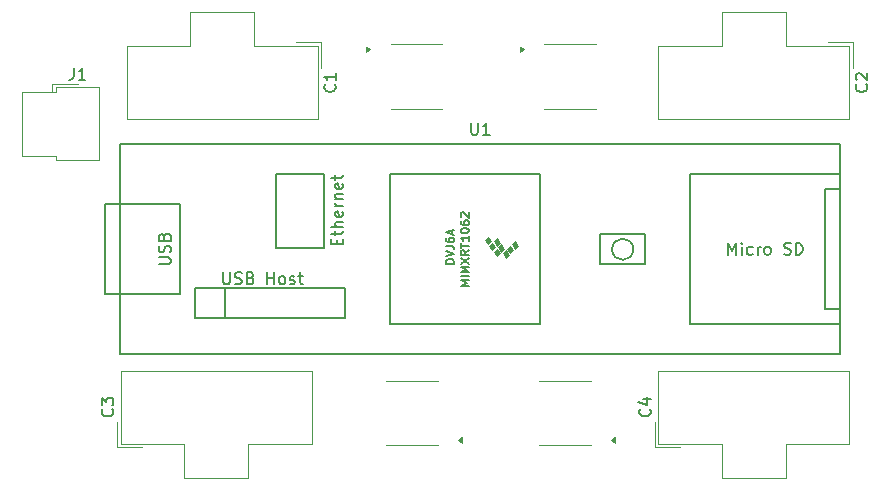
<source format=gbr>
%TF.GenerationSoftware,KiCad,Pcbnew,8.0.9-8.0.9-0~ubuntu22.04.1*%
%TF.CreationDate,2025-03-21T08:59:58-04:00*%
%TF.ProjectId,WS_Wheel_PCB,57535f57-6865-4656-9c5f-5043422e6b69,rev?*%
%TF.SameCoordinates,Original*%
%TF.FileFunction,Legend,Top*%
%TF.FilePolarity,Positive*%
%FSLAX46Y46*%
G04 Gerber Fmt 4.6, Leading zero omitted, Abs format (unit mm)*
G04 Created by KiCad (PCBNEW 8.0.9-8.0.9-0~ubuntu22.04.1) date 2025-03-21 08:59:58*
%MOMM*%
%LPD*%
G01*
G04 APERTURE LIST*
%ADD10C,0.150000*%
%ADD11C,0.100000*%
%ADD12C,0.120000*%
G04 APERTURE END LIST*
D10*
X146828095Y-51674819D02*
X146828095Y-52484342D01*
X146828095Y-52484342D02*
X146875714Y-52579580D01*
X146875714Y-52579580D02*
X146923333Y-52627200D01*
X146923333Y-52627200D02*
X147018571Y-52674819D01*
X147018571Y-52674819D02*
X147209047Y-52674819D01*
X147209047Y-52674819D02*
X147304285Y-52627200D01*
X147304285Y-52627200D02*
X147351904Y-52579580D01*
X147351904Y-52579580D02*
X147399523Y-52484342D01*
X147399523Y-52484342D02*
X147399523Y-51674819D01*
X148399523Y-52674819D02*
X147828095Y-52674819D01*
X148113809Y-52674819D02*
X148113809Y-51674819D01*
X148113809Y-51674819D02*
X148018571Y-51817676D01*
X148018571Y-51817676D02*
X147923333Y-51912914D01*
X147923333Y-51912914D02*
X147828095Y-51960533D01*
X120374819Y-63641904D02*
X121184342Y-63641904D01*
X121184342Y-63641904D02*
X121279580Y-63594285D01*
X121279580Y-63594285D02*
X121327200Y-63546666D01*
X121327200Y-63546666D02*
X121374819Y-63451428D01*
X121374819Y-63451428D02*
X121374819Y-63260952D01*
X121374819Y-63260952D02*
X121327200Y-63165714D01*
X121327200Y-63165714D02*
X121279580Y-63118095D01*
X121279580Y-63118095D02*
X121184342Y-63070476D01*
X121184342Y-63070476D02*
X120374819Y-63070476D01*
X121327200Y-62641904D02*
X121374819Y-62499047D01*
X121374819Y-62499047D02*
X121374819Y-62260952D01*
X121374819Y-62260952D02*
X121327200Y-62165714D01*
X121327200Y-62165714D02*
X121279580Y-62118095D01*
X121279580Y-62118095D02*
X121184342Y-62070476D01*
X121184342Y-62070476D02*
X121089104Y-62070476D01*
X121089104Y-62070476D02*
X120993866Y-62118095D01*
X120993866Y-62118095D02*
X120946247Y-62165714D01*
X120946247Y-62165714D02*
X120898628Y-62260952D01*
X120898628Y-62260952D02*
X120851009Y-62451428D01*
X120851009Y-62451428D02*
X120803390Y-62546666D01*
X120803390Y-62546666D02*
X120755771Y-62594285D01*
X120755771Y-62594285D02*
X120660533Y-62641904D01*
X120660533Y-62641904D02*
X120565295Y-62641904D01*
X120565295Y-62641904D02*
X120470057Y-62594285D01*
X120470057Y-62594285D02*
X120422438Y-62546666D01*
X120422438Y-62546666D02*
X120374819Y-62451428D01*
X120374819Y-62451428D02*
X120374819Y-62213333D01*
X120374819Y-62213333D02*
X120422438Y-62070476D01*
X120851009Y-61308571D02*
X120898628Y-61165714D01*
X120898628Y-61165714D02*
X120946247Y-61118095D01*
X120946247Y-61118095D02*
X121041485Y-61070476D01*
X121041485Y-61070476D02*
X121184342Y-61070476D01*
X121184342Y-61070476D02*
X121279580Y-61118095D01*
X121279580Y-61118095D02*
X121327200Y-61165714D01*
X121327200Y-61165714D02*
X121374819Y-61260952D01*
X121374819Y-61260952D02*
X121374819Y-61641904D01*
X121374819Y-61641904D02*
X120374819Y-61641904D01*
X120374819Y-61641904D02*
X120374819Y-61308571D01*
X120374819Y-61308571D02*
X120422438Y-61213333D01*
X120422438Y-61213333D02*
X120470057Y-61165714D01*
X120470057Y-61165714D02*
X120565295Y-61118095D01*
X120565295Y-61118095D02*
X120660533Y-61118095D01*
X120660533Y-61118095D02*
X120755771Y-61165714D01*
X120755771Y-61165714D02*
X120803390Y-61213333D01*
X120803390Y-61213333D02*
X120851009Y-61308571D01*
X120851009Y-61308571D02*
X120851009Y-61641904D01*
X145366033Y-63583333D02*
X144666033Y-63583333D01*
X144666033Y-63583333D02*
X144666033Y-63416666D01*
X144666033Y-63416666D02*
X144699366Y-63316666D01*
X144699366Y-63316666D02*
X144766033Y-63250000D01*
X144766033Y-63250000D02*
X144832700Y-63216666D01*
X144832700Y-63216666D02*
X144966033Y-63183333D01*
X144966033Y-63183333D02*
X145066033Y-63183333D01*
X145066033Y-63183333D02*
X145199366Y-63216666D01*
X145199366Y-63216666D02*
X145266033Y-63250000D01*
X145266033Y-63250000D02*
X145332700Y-63316666D01*
X145332700Y-63316666D02*
X145366033Y-63416666D01*
X145366033Y-63416666D02*
X145366033Y-63583333D01*
X144666033Y-62983333D02*
X145366033Y-62750000D01*
X145366033Y-62750000D02*
X144666033Y-62516666D01*
X144666033Y-62083333D02*
X145166033Y-62083333D01*
X145166033Y-62083333D02*
X145266033Y-62116666D01*
X145266033Y-62116666D02*
X145332700Y-62183333D01*
X145332700Y-62183333D02*
X145366033Y-62283333D01*
X145366033Y-62283333D02*
X145366033Y-62350000D01*
X144666033Y-61450000D02*
X144666033Y-61583333D01*
X144666033Y-61583333D02*
X144699366Y-61650000D01*
X144699366Y-61650000D02*
X144732700Y-61683333D01*
X144732700Y-61683333D02*
X144832700Y-61750000D01*
X144832700Y-61750000D02*
X144966033Y-61783333D01*
X144966033Y-61783333D02*
X145232700Y-61783333D01*
X145232700Y-61783333D02*
X145299366Y-61750000D01*
X145299366Y-61750000D02*
X145332700Y-61716667D01*
X145332700Y-61716667D02*
X145366033Y-61650000D01*
X145366033Y-61650000D02*
X145366033Y-61516667D01*
X145366033Y-61516667D02*
X145332700Y-61450000D01*
X145332700Y-61450000D02*
X145299366Y-61416667D01*
X145299366Y-61416667D02*
X145232700Y-61383333D01*
X145232700Y-61383333D02*
X145066033Y-61383333D01*
X145066033Y-61383333D02*
X144999366Y-61416667D01*
X144999366Y-61416667D02*
X144966033Y-61450000D01*
X144966033Y-61450000D02*
X144932700Y-61516667D01*
X144932700Y-61516667D02*
X144932700Y-61650000D01*
X144932700Y-61650000D02*
X144966033Y-61716667D01*
X144966033Y-61716667D02*
X144999366Y-61750000D01*
X144999366Y-61750000D02*
X145066033Y-61783333D01*
X145166033Y-61116666D02*
X145166033Y-60783333D01*
X145366033Y-61183333D02*
X144666033Y-60950000D01*
X144666033Y-60950000D02*
X145366033Y-60716666D01*
X125814676Y-64324019D02*
X125814676Y-65133542D01*
X125814676Y-65133542D02*
X125862295Y-65228780D01*
X125862295Y-65228780D02*
X125909914Y-65276400D01*
X125909914Y-65276400D02*
X126005152Y-65324019D01*
X126005152Y-65324019D02*
X126195628Y-65324019D01*
X126195628Y-65324019D02*
X126290866Y-65276400D01*
X126290866Y-65276400D02*
X126338485Y-65228780D01*
X126338485Y-65228780D02*
X126386104Y-65133542D01*
X126386104Y-65133542D02*
X126386104Y-64324019D01*
X126814676Y-65276400D02*
X126957533Y-65324019D01*
X126957533Y-65324019D02*
X127195628Y-65324019D01*
X127195628Y-65324019D02*
X127290866Y-65276400D01*
X127290866Y-65276400D02*
X127338485Y-65228780D01*
X127338485Y-65228780D02*
X127386104Y-65133542D01*
X127386104Y-65133542D02*
X127386104Y-65038304D01*
X127386104Y-65038304D02*
X127338485Y-64943066D01*
X127338485Y-64943066D02*
X127290866Y-64895447D01*
X127290866Y-64895447D02*
X127195628Y-64847828D01*
X127195628Y-64847828D02*
X127005152Y-64800209D01*
X127005152Y-64800209D02*
X126909914Y-64752590D01*
X126909914Y-64752590D02*
X126862295Y-64704971D01*
X126862295Y-64704971D02*
X126814676Y-64609733D01*
X126814676Y-64609733D02*
X126814676Y-64514495D01*
X126814676Y-64514495D02*
X126862295Y-64419257D01*
X126862295Y-64419257D02*
X126909914Y-64371638D01*
X126909914Y-64371638D02*
X127005152Y-64324019D01*
X127005152Y-64324019D02*
X127243247Y-64324019D01*
X127243247Y-64324019D02*
X127386104Y-64371638D01*
X128148009Y-64800209D02*
X128290866Y-64847828D01*
X128290866Y-64847828D02*
X128338485Y-64895447D01*
X128338485Y-64895447D02*
X128386104Y-64990685D01*
X128386104Y-64990685D02*
X128386104Y-65133542D01*
X128386104Y-65133542D02*
X128338485Y-65228780D01*
X128338485Y-65228780D02*
X128290866Y-65276400D01*
X128290866Y-65276400D02*
X128195628Y-65324019D01*
X128195628Y-65324019D02*
X127814676Y-65324019D01*
X127814676Y-65324019D02*
X127814676Y-64324019D01*
X127814676Y-64324019D02*
X128148009Y-64324019D01*
X128148009Y-64324019D02*
X128243247Y-64371638D01*
X128243247Y-64371638D02*
X128290866Y-64419257D01*
X128290866Y-64419257D02*
X128338485Y-64514495D01*
X128338485Y-64514495D02*
X128338485Y-64609733D01*
X128338485Y-64609733D02*
X128290866Y-64704971D01*
X128290866Y-64704971D02*
X128243247Y-64752590D01*
X128243247Y-64752590D02*
X128148009Y-64800209D01*
X128148009Y-64800209D02*
X127814676Y-64800209D01*
X129576581Y-65324019D02*
X129576581Y-64324019D01*
X129576581Y-64800209D02*
X130148009Y-64800209D01*
X130148009Y-65324019D02*
X130148009Y-64324019D01*
X130767057Y-65324019D02*
X130671819Y-65276400D01*
X130671819Y-65276400D02*
X130624200Y-65228780D01*
X130624200Y-65228780D02*
X130576581Y-65133542D01*
X130576581Y-65133542D02*
X130576581Y-64847828D01*
X130576581Y-64847828D02*
X130624200Y-64752590D01*
X130624200Y-64752590D02*
X130671819Y-64704971D01*
X130671819Y-64704971D02*
X130767057Y-64657352D01*
X130767057Y-64657352D02*
X130909914Y-64657352D01*
X130909914Y-64657352D02*
X131005152Y-64704971D01*
X131005152Y-64704971D02*
X131052771Y-64752590D01*
X131052771Y-64752590D02*
X131100390Y-64847828D01*
X131100390Y-64847828D02*
X131100390Y-65133542D01*
X131100390Y-65133542D02*
X131052771Y-65228780D01*
X131052771Y-65228780D02*
X131005152Y-65276400D01*
X131005152Y-65276400D02*
X130909914Y-65324019D01*
X130909914Y-65324019D02*
X130767057Y-65324019D01*
X131481343Y-65276400D02*
X131576581Y-65324019D01*
X131576581Y-65324019D02*
X131767057Y-65324019D01*
X131767057Y-65324019D02*
X131862295Y-65276400D01*
X131862295Y-65276400D02*
X131909914Y-65181161D01*
X131909914Y-65181161D02*
X131909914Y-65133542D01*
X131909914Y-65133542D02*
X131862295Y-65038304D01*
X131862295Y-65038304D02*
X131767057Y-64990685D01*
X131767057Y-64990685D02*
X131624200Y-64990685D01*
X131624200Y-64990685D02*
X131528962Y-64943066D01*
X131528962Y-64943066D02*
X131481343Y-64847828D01*
X131481343Y-64847828D02*
X131481343Y-64800209D01*
X131481343Y-64800209D02*
X131528962Y-64704971D01*
X131528962Y-64704971D02*
X131624200Y-64657352D01*
X131624200Y-64657352D02*
X131767057Y-64657352D01*
X131767057Y-64657352D02*
X131862295Y-64704971D01*
X132195629Y-64657352D02*
X132576581Y-64657352D01*
X132338486Y-64324019D02*
X132338486Y-65181161D01*
X132338486Y-65181161D02*
X132386105Y-65276400D01*
X132386105Y-65276400D02*
X132481343Y-65324019D01*
X132481343Y-65324019D02*
X132576581Y-65324019D01*
X168600952Y-62834819D02*
X168600952Y-61834819D01*
X168600952Y-61834819D02*
X168934285Y-62549104D01*
X168934285Y-62549104D02*
X169267618Y-61834819D01*
X169267618Y-61834819D02*
X169267618Y-62834819D01*
X169743809Y-62834819D02*
X169743809Y-62168152D01*
X169743809Y-61834819D02*
X169696190Y-61882438D01*
X169696190Y-61882438D02*
X169743809Y-61930057D01*
X169743809Y-61930057D02*
X169791428Y-61882438D01*
X169791428Y-61882438D02*
X169743809Y-61834819D01*
X169743809Y-61834819D02*
X169743809Y-61930057D01*
X170648570Y-62787200D02*
X170553332Y-62834819D01*
X170553332Y-62834819D02*
X170362856Y-62834819D01*
X170362856Y-62834819D02*
X170267618Y-62787200D01*
X170267618Y-62787200D02*
X170219999Y-62739580D01*
X170219999Y-62739580D02*
X170172380Y-62644342D01*
X170172380Y-62644342D02*
X170172380Y-62358628D01*
X170172380Y-62358628D02*
X170219999Y-62263390D01*
X170219999Y-62263390D02*
X170267618Y-62215771D01*
X170267618Y-62215771D02*
X170362856Y-62168152D01*
X170362856Y-62168152D02*
X170553332Y-62168152D01*
X170553332Y-62168152D02*
X170648570Y-62215771D01*
X171077142Y-62834819D02*
X171077142Y-62168152D01*
X171077142Y-62358628D02*
X171124761Y-62263390D01*
X171124761Y-62263390D02*
X171172380Y-62215771D01*
X171172380Y-62215771D02*
X171267618Y-62168152D01*
X171267618Y-62168152D02*
X171362856Y-62168152D01*
X171839047Y-62834819D02*
X171743809Y-62787200D01*
X171743809Y-62787200D02*
X171696190Y-62739580D01*
X171696190Y-62739580D02*
X171648571Y-62644342D01*
X171648571Y-62644342D02*
X171648571Y-62358628D01*
X171648571Y-62358628D02*
X171696190Y-62263390D01*
X171696190Y-62263390D02*
X171743809Y-62215771D01*
X171743809Y-62215771D02*
X171839047Y-62168152D01*
X171839047Y-62168152D02*
X171981904Y-62168152D01*
X171981904Y-62168152D02*
X172077142Y-62215771D01*
X172077142Y-62215771D02*
X172124761Y-62263390D01*
X172124761Y-62263390D02*
X172172380Y-62358628D01*
X172172380Y-62358628D02*
X172172380Y-62644342D01*
X172172380Y-62644342D02*
X172124761Y-62739580D01*
X172124761Y-62739580D02*
X172077142Y-62787200D01*
X172077142Y-62787200D02*
X171981904Y-62834819D01*
X171981904Y-62834819D02*
X171839047Y-62834819D01*
X173315238Y-62787200D02*
X173458095Y-62834819D01*
X173458095Y-62834819D02*
X173696190Y-62834819D01*
X173696190Y-62834819D02*
X173791428Y-62787200D01*
X173791428Y-62787200D02*
X173839047Y-62739580D01*
X173839047Y-62739580D02*
X173886666Y-62644342D01*
X173886666Y-62644342D02*
X173886666Y-62549104D01*
X173886666Y-62549104D02*
X173839047Y-62453866D01*
X173839047Y-62453866D02*
X173791428Y-62406247D01*
X173791428Y-62406247D02*
X173696190Y-62358628D01*
X173696190Y-62358628D02*
X173505714Y-62311009D01*
X173505714Y-62311009D02*
X173410476Y-62263390D01*
X173410476Y-62263390D02*
X173362857Y-62215771D01*
X173362857Y-62215771D02*
X173315238Y-62120533D01*
X173315238Y-62120533D02*
X173315238Y-62025295D01*
X173315238Y-62025295D02*
X173362857Y-61930057D01*
X173362857Y-61930057D02*
X173410476Y-61882438D01*
X173410476Y-61882438D02*
X173505714Y-61834819D01*
X173505714Y-61834819D02*
X173743809Y-61834819D01*
X173743809Y-61834819D02*
X173886666Y-61882438D01*
X174315238Y-62834819D02*
X174315238Y-61834819D01*
X174315238Y-61834819D02*
X174553333Y-61834819D01*
X174553333Y-61834819D02*
X174696190Y-61882438D01*
X174696190Y-61882438D02*
X174791428Y-61977676D01*
X174791428Y-61977676D02*
X174839047Y-62072914D01*
X174839047Y-62072914D02*
X174886666Y-62263390D01*
X174886666Y-62263390D02*
X174886666Y-62406247D01*
X174886666Y-62406247D02*
X174839047Y-62596723D01*
X174839047Y-62596723D02*
X174791428Y-62691961D01*
X174791428Y-62691961D02*
X174696190Y-62787200D01*
X174696190Y-62787200D02*
X174553333Y-62834819D01*
X174553333Y-62834819D02*
X174315238Y-62834819D01*
X135456009Y-61960543D02*
X135456009Y-61627210D01*
X135979819Y-61484353D02*
X135979819Y-61960543D01*
X135979819Y-61960543D02*
X134979819Y-61960543D01*
X134979819Y-61960543D02*
X134979819Y-61484353D01*
X135313152Y-61198638D02*
X135313152Y-60817686D01*
X134979819Y-61055781D02*
X135836961Y-61055781D01*
X135836961Y-61055781D02*
X135932200Y-61008162D01*
X135932200Y-61008162D02*
X135979819Y-60912924D01*
X135979819Y-60912924D02*
X135979819Y-60817686D01*
X135979819Y-60484352D02*
X134979819Y-60484352D01*
X135979819Y-60055781D02*
X135456009Y-60055781D01*
X135456009Y-60055781D02*
X135360771Y-60103400D01*
X135360771Y-60103400D02*
X135313152Y-60198638D01*
X135313152Y-60198638D02*
X135313152Y-60341495D01*
X135313152Y-60341495D02*
X135360771Y-60436733D01*
X135360771Y-60436733D02*
X135408390Y-60484352D01*
X135932200Y-59198638D02*
X135979819Y-59293876D01*
X135979819Y-59293876D02*
X135979819Y-59484352D01*
X135979819Y-59484352D02*
X135932200Y-59579590D01*
X135932200Y-59579590D02*
X135836961Y-59627209D01*
X135836961Y-59627209D02*
X135456009Y-59627209D01*
X135456009Y-59627209D02*
X135360771Y-59579590D01*
X135360771Y-59579590D02*
X135313152Y-59484352D01*
X135313152Y-59484352D02*
X135313152Y-59293876D01*
X135313152Y-59293876D02*
X135360771Y-59198638D01*
X135360771Y-59198638D02*
X135456009Y-59151019D01*
X135456009Y-59151019D02*
X135551247Y-59151019D01*
X135551247Y-59151019D02*
X135646485Y-59627209D01*
X135979819Y-58722447D02*
X135313152Y-58722447D01*
X135503628Y-58722447D02*
X135408390Y-58674828D01*
X135408390Y-58674828D02*
X135360771Y-58627209D01*
X135360771Y-58627209D02*
X135313152Y-58531971D01*
X135313152Y-58531971D02*
X135313152Y-58436733D01*
X135313152Y-58103399D02*
X135979819Y-58103399D01*
X135408390Y-58103399D02*
X135360771Y-58055780D01*
X135360771Y-58055780D02*
X135313152Y-57960542D01*
X135313152Y-57960542D02*
X135313152Y-57817685D01*
X135313152Y-57817685D02*
X135360771Y-57722447D01*
X135360771Y-57722447D02*
X135456009Y-57674828D01*
X135456009Y-57674828D02*
X135979819Y-57674828D01*
X135932200Y-56817685D02*
X135979819Y-56912923D01*
X135979819Y-56912923D02*
X135979819Y-57103399D01*
X135979819Y-57103399D02*
X135932200Y-57198637D01*
X135932200Y-57198637D02*
X135836961Y-57246256D01*
X135836961Y-57246256D02*
X135456009Y-57246256D01*
X135456009Y-57246256D02*
X135360771Y-57198637D01*
X135360771Y-57198637D02*
X135313152Y-57103399D01*
X135313152Y-57103399D02*
X135313152Y-56912923D01*
X135313152Y-56912923D02*
X135360771Y-56817685D01*
X135360771Y-56817685D02*
X135456009Y-56770066D01*
X135456009Y-56770066D02*
X135551247Y-56770066D01*
X135551247Y-56770066D02*
X135646485Y-57246256D01*
X135313152Y-56484351D02*
X135313152Y-56103399D01*
X134979819Y-56341494D02*
X135836961Y-56341494D01*
X135836961Y-56341494D02*
X135932200Y-56293875D01*
X135932200Y-56293875D02*
X135979819Y-56198637D01*
X135979819Y-56198637D02*
X135979819Y-56103399D01*
X146636033Y-65463333D02*
X145936033Y-65463333D01*
X145936033Y-65463333D02*
X146436033Y-65230000D01*
X146436033Y-65230000D02*
X145936033Y-64996666D01*
X145936033Y-64996666D02*
X146636033Y-64996666D01*
X146636033Y-64663333D02*
X145936033Y-64663333D01*
X146636033Y-64330000D02*
X145936033Y-64330000D01*
X145936033Y-64330000D02*
X146436033Y-64096667D01*
X146436033Y-64096667D02*
X145936033Y-63863333D01*
X145936033Y-63863333D02*
X146636033Y-63863333D01*
X145936033Y-63596667D02*
X146636033Y-63130000D01*
X145936033Y-63130000D02*
X146636033Y-63596667D01*
X146636033Y-62463333D02*
X146302700Y-62696666D01*
X146636033Y-62863333D02*
X145936033Y-62863333D01*
X145936033Y-62863333D02*
X145936033Y-62596666D01*
X145936033Y-62596666D02*
X145969366Y-62530000D01*
X145969366Y-62530000D02*
X146002700Y-62496666D01*
X146002700Y-62496666D02*
X146069366Y-62463333D01*
X146069366Y-62463333D02*
X146169366Y-62463333D01*
X146169366Y-62463333D02*
X146236033Y-62496666D01*
X146236033Y-62496666D02*
X146269366Y-62530000D01*
X146269366Y-62530000D02*
X146302700Y-62596666D01*
X146302700Y-62596666D02*
X146302700Y-62863333D01*
X145936033Y-62263333D02*
X145936033Y-61863333D01*
X146636033Y-62063333D02*
X145936033Y-62063333D01*
X146636033Y-61263333D02*
X146636033Y-61663333D01*
X146636033Y-61463333D02*
X145936033Y-61463333D01*
X145936033Y-61463333D02*
X146036033Y-61530000D01*
X146036033Y-61530000D02*
X146102700Y-61596667D01*
X146102700Y-61596667D02*
X146136033Y-61663333D01*
X145936033Y-60830000D02*
X145936033Y-60763333D01*
X145936033Y-60763333D02*
X145969366Y-60696666D01*
X145969366Y-60696666D02*
X146002700Y-60663333D01*
X146002700Y-60663333D02*
X146069366Y-60630000D01*
X146069366Y-60630000D02*
X146202700Y-60596666D01*
X146202700Y-60596666D02*
X146369366Y-60596666D01*
X146369366Y-60596666D02*
X146502700Y-60630000D01*
X146502700Y-60630000D02*
X146569366Y-60663333D01*
X146569366Y-60663333D02*
X146602700Y-60696666D01*
X146602700Y-60696666D02*
X146636033Y-60763333D01*
X146636033Y-60763333D02*
X146636033Y-60830000D01*
X146636033Y-60830000D02*
X146602700Y-60896666D01*
X146602700Y-60896666D02*
X146569366Y-60930000D01*
X146569366Y-60930000D02*
X146502700Y-60963333D01*
X146502700Y-60963333D02*
X146369366Y-60996666D01*
X146369366Y-60996666D02*
X146202700Y-60996666D01*
X146202700Y-60996666D02*
X146069366Y-60963333D01*
X146069366Y-60963333D02*
X146002700Y-60930000D01*
X146002700Y-60930000D02*
X145969366Y-60896666D01*
X145969366Y-60896666D02*
X145936033Y-60830000D01*
X145936033Y-59996666D02*
X145936033Y-60129999D01*
X145936033Y-60129999D02*
X145969366Y-60196666D01*
X145969366Y-60196666D02*
X146002700Y-60229999D01*
X146002700Y-60229999D02*
X146102700Y-60296666D01*
X146102700Y-60296666D02*
X146236033Y-60329999D01*
X146236033Y-60329999D02*
X146502700Y-60329999D01*
X146502700Y-60329999D02*
X146569366Y-60296666D01*
X146569366Y-60296666D02*
X146602700Y-60263333D01*
X146602700Y-60263333D02*
X146636033Y-60196666D01*
X146636033Y-60196666D02*
X146636033Y-60063333D01*
X146636033Y-60063333D02*
X146602700Y-59996666D01*
X146602700Y-59996666D02*
X146569366Y-59963333D01*
X146569366Y-59963333D02*
X146502700Y-59929999D01*
X146502700Y-59929999D02*
X146336033Y-59929999D01*
X146336033Y-59929999D02*
X146269366Y-59963333D01*
X146269366Y-59963333D02*
X146236033Y-59996666D01*
X146236033Y-59996666D02*
X146202700Y-60063333D01*
X146202700Y-60063333D02*
X146202700Y-60196666D01*
X146202700Y-60196666D02*
X146236033Y-60263333D01*
X146236033Y-60263333D02*
X146269366Y-60296666D01*
X146269366Y-60296666D02*
X146336033Y-60329999D01*
X146002700Y-59663332D02*
X145969366Y-59629999D01*
X145969366Y-59629999D02*
X145936033Y-59563332D01*
X145936033Y-59563332D02*
X145936033Y-59396666D01*
X145936033Y-59396666D02*
X145969366Y-59329999D01*
X145969366Y-59329999D02*
X146002700Y-59296666D01*
X146002700Y-59296666D02*
X146069366Y-59263332D01*
X146069366Y-59263332D02*
X146136033Y-59263332D01*
X146136033Y-59263332D02*
X146236033Y-59296666D01*
X146236033Y-59296666D02*
X146636033Y-59696666D01*
X146636033Y-59696666D02*
X146636033Y-59263332D01*
X113166666Y-47034819D02*
X113166666Y-47749104D01*
X113166666Y-47749104D02*
X113119047Y-47891961D01*
X113119047Y-47891961D02*
X113023809Y-47987200D01*
X113023809Y-47987200D02*
X112880952Y-48034819D01*
X112880952Y-48034819D02*
X112785714Y-48034819D01*
X114166666Y-48034819D02*
X113595238Y-48034819D01*
X113880952Y-48034819D02*
X113880952Y-47034819D01*
X113880952Y-47034819D02*
X113785714Y-47177676D01*
X113785714Y-47177676D02*
X113690476Y-47272914D01*
X113690476Y-47272914D02*
X113595238Y-47320533D01*
X180279580Y-48416666D02*
X180327200Y-48464285D01*
X180327200Y-48464285D02*
X180374819Y-48607142D01*
X180374819Y-48607142D02*
X180374819Y-48702380D01*
X180374819Y-48702380D02*
X180327200Y-48845237D01*
X180327200Y-48845237D02*
X180231961Y-48940475D01*
X180231961Y-48940475D02*
X180136723Y-48988094D01*
X180136723Y-48988094D02*
X179946247Y-49035713D01*
X179946247Y-49035713D02*
X179803390Y-49035713D01*
X179803390Y-49035713D02*
X179612914Y-48988094D01*
X179612914Y-48988094D02*
X179517676Y-48940475D01*
X179517676Y-48940475D02*
X179422438Y-48845237D01*
X179422438Y-48845237D02*
X179374819Y-48702380D01*
X179374819Y-48702380D02*
X179374819Y-48607142D01*
X179374819Y-48607142D02*
X179422438Y-48464285D01*
X179422438Y-48464285D02*
X179470057Y-48416666D01*
X179470057Y-48035713D02*
X179422438Y-47988094D01*
X179422438Y-47988094D02*
X179374819Y-47892856D01*
X179374819Y-47892856D02*
X179374819Y-47654761D01*
X179374819Y-47654761D02*
X179422438Y-47559523D01*
X179422438Y-47559523D02*
X179470057Y-47511904D01*
X179470057Y-47511904D02*
X179565295Y-47464285D01*
X179565295Y-47464285D02*
X179660533Y-47464285D01*
X179660533Y-47464285D02*
X179803390Y-47511904D01*
X179803390Y-47511904D02*
X180374819Y-48083332D01*
X180374819Y-48083332D02*
X180374819Y-47464285D01*
X135279580Y-48416666D02*
X135327200Y-48464285D01*
X135327200Y-48464285D02*
X135374819Y-48607142D01*
X135374819Y-48607142D02*
X135374819Y-48702380D01*
X135374819Y-48702380D02*
X135327200Y-48845237D01*
X135327200Y-48845237D02*
X135231961Y-48940475D01*
X135231961Y-48940475D02*
X135136723Y-48988094D01*
X135136723Y-48988094D02*
X134946247Y-49035713D01*
X134946247Y-49035713D02*
X134803390Y-49035713D01*
X134803390Y-49035713D02*
X134612914Y-48988094D01*
X134612914Y-48988094D02*
X134517676Y-48940475D01*
X134517676Y-48940475D02*
X134422438Y-48845237D01*
X134422438Y-48845237D02*
X134374819Y-48702380D01*
X134374819Y-48702380D02*
X134374819Y-48607142D01*
X134374819Y-48607142D02*
X134422438Y-48464285D01*
X134422438Y-48464285D02*
X134470057Y-48416666D01*
X135374819Y-47464285D02*
X135374819Y-48035713D01*
X135374819Y-47749999D02*
X134374819Y-47749999D01*
X134374819Y-47749999D02*
X134517676Y-47845237D01*
X134517676Y-47845237D02*
X134612914Y-47940475D01*
X134612914Y-47940475D02*
X134660533Y-48035713D01*
X116439580Y-75916666D02*
X116487200Y-75964285D01*
X116487200Y-75964285D02*
X116534819Y-76107142D01*
X116534819Y-76107142D02*
X116534819Y-76202380D01*
X116534819Y-76202380D02*
X116487200Y-76345237D01*
X116487200Y-76345237D02*
X116391961Y-76440475D01*
X116391961Y-76440475D02*
X116296723Y-76488094D01*
X116296723Y-76488094D02*
X116106247Y-76535713D01*
X116106247Y-76535713D02*
X115963390Y-76535713D01*
X115963390Y-76535713D02*
X115772914Y-76488094D01*
X115772914Y-76488094D02*
X115677676Y-76440475D01*
X115677676Y-76440475D02*
X115582438Y-76345237D01*
X115582438Y-76345237D02*
X115534819Y-76202380D01*
X115534819Y-76202380D02*
X115534819Y-76107142D01*
X115534819Y-76107142D02*
X115582438Y-75964285D01*
X115582438Y-75964285D02*
X115630057Y-75916666D01*
X115534819Y-75583332D02*
X115534819Y-74964285D01*
X115534819Y-74964285D02*
X115915771Y-75297618D01*
X115915771Y-75297618D02*
X115915771Y-75154761D01*
X115915771Y-75154761D02*
X115963390Y-75059523D01*
X115963390Y-75059523D02*
X116011009Y-75011904D01*
X116011009Y-75011904D02*
X116106247Y-74964285D01*
X116106247Y-74964285D02*
X116344342Y-74964285D01*
X116344342Y-74964285D02*
X116439580Y-75011904D01*
X116439580Y-75011904D02*
X116487200Y-75059523D01*
X116487200Y-75059523D02*
X116534819Y-75154761D01*
X116534819Y-75154761D02*
X116534819Y-75440475D01*
X116534819Y-75440475D02*
X116487200Y-75535713D01*
X116487200Y-75535713D02*
X116439580Y-75583332D01*
X161939580Y-75916666D02*
X161987200Y-75964285D01*
X161987200Y-75964285D02*
X162034819Y-76107142D01*
X162034819Y-76107142D02*
X162034819Y-76202380D01*
X162034819Y-76202380D02*
X161987200Y-76345237D01*
X161987200Y-76345237D02*
X161891961Y-76440475D01*
X161891961Y-76440475D02*
X161796723Y-76488094D01*
X161796723Y-76488094D02*
X161606247Y-76535713D01*
X161606247Y-76535713D02*
X161463390Y-76535713D01*
X161463390Y-76535713D02*
X161272914Y-76488094D01*
X161272914Y-76488094D02*
X161177676Y-76440475D01*
X161177676Y-76440475D02*
X161082438Y-76345237D01*
X161082438Y-76345237D02*
X161034819Y-76202380D01*
X161034819Y-76202380D02*
X161034819Y-76107142D01*
X161034819Y-76107142D02*
X161082438Y-75964285D01*
X161082438Y-75964285D02*
X161130057Y-75916666D01*
X161368152Y-75059523D02*
X162034819Y-75059523D01*
X160987200Y-75297618D02*
X161701485Y-75535713D01*
X161701485Y-75535713D02*
X161701485Y-74916666D01*
%TO.C,U1*%
X115840000Y-58570000D02*
X117110000Y-58570000D01*
X115840000Y-66190000D02*
X115840000Y-58570000D01*
X117110000Y-53490000D02*
X178070000Y-53490000D01*
X117110000Y-66190000D02*
X115840000Y-66190000D01*
X117110000Y-71270000D02*
X117110000Y-53490000D01*
X122190000Y-58570000D02*
X117110000Y-58570000D01*
X122190000Y-66190000D02*
X117110000Y-66190000D01*
X122190000Y-66190000D02*
X122190000Y-58570000D01*
X123409200Y-65679200D02*
X125949200Y-65679200D01*
X123409200Y-65679200D02*
X136109200Y-65679200D01*
X123409200Y-68219200D02*
X123409200Y-65679200D01*
X125949200Y-65679200D02*
X125949200Y-68219200D01*
X130340000Y-56028400D02*
X130340000Y-56278400D01*
X130340000Y-56278400D02*
X130340000Y-62278400D01*
X130340000Y-62278400D02*
X134340000Y-62278400D01*
X134340000Y-56028400D02*
X130340000Y-56028400D01*
X134340000Y-62278400D02*
X134340000Y-56028400D01*
X136109200Y-65679200D02*
X136109200Y-68219200D01*
X136109200Y-68219200D02*
X123409200Y-68219200D01*
X139970000Y-56030000D02*
X139970000Y-68730000D01*
X139970000Y-68730000D02*
X152670000Y-68730000D01*
X152670000Y-56030000D02*
X139970000Y-56030000D01*
X152670000Y-68730000D02*
X152670000Y-56030000D01*
X157750000Y-61110000D02*
X161560000Y-61110000D01*
X157750000Y-63650000D02*
X157750000Y-61110000D01*
X161560000Y-61110000D02*
X161560000Y-63650000D01*
X161560000Y-63650000D02*
X157750000Y-63650000D01*
X165370000Y-56030000D02*
X165370000Y-68730000D01*
X165370000Y-68730000D02*
X178070000Y-68730000D01*
X176800000Y-57300000D02*
X176800000Y-67460000D01*
X176800000Y-67460000D02*
X178070000Y-67460000D01*
X178070000Y-53490000D02*
X178070000Y-71270000D01*
X178070000Y-56030000D02*
X165370000Y-56030000D01*
X178070000Y-57300000D02*
X176800000Y-57300000D01*
X178070000Y-71270000D02*
X117110000Y-71270000D01*
X160553026Y-62380000D02*
G75*
G02*
X158756974Y-62380000I-898026J0D01*
G01*
X158756974Y-62380000D02*
G75*
G02*
X160553026Y-62380000I898026J0D01*
G01*
D11*
X148501000Y-61692000D02*
X148247000Y-61946000D01*
X147993000Y-61565000D01*
X148247000Y-61311000D01*
X148501000Y-61692000D01*
G36*
X148501000Y-61692000D02*
G01*
X148247000Y-61946000D01*
X147993000Y-61565000D01*
X148247000Y-61311000D01*
X148501000Y-61692000D01*
G37*
X148882000Y-62200000D02*
X148628000Y-62454000D01*
X148374000Y-62073000D01*
X148628000Y-61819000D01*
X148882000Y-62200000D01*
G36*
X148882000Y-62200000D02*
G01*
X148628000Y-62454000D01*
X148374000Y-62073000D01*
X148628000Y-61819000D01*
X148882000Y-62200000D01*
G37*
X149263000Y-61819000D02*
X149009000Y-62073000D01*
X148755000Y-61692000D01*
X149009000Y-61438000D01*
X149263000Y-61819000D01*
G36*
X149263000Y-61819000D02*
G01*
X149009000Y-62073000D01*
X148755000Y-61692000D01*
X149009000Y-61438000D01*
X149263000Y-61819000D01*
G37*
X149263000Y-62708000D02*
X149009000Y-62962000D01*
X148755000Y-62581000D01*
X149009000Y-62327000D01*
X149263000Y-62708000D01*
G36*
X149263000Y-62708000D02*
G01*
X149009000Y-62962000D01*
X148755000Y-62581000D01*
X149009000Y-62327000D01*
X149263000Y-62708000D01*
G37*
X149644000Y-62327000D02*
X149390000Y-62581000D01*
X149136000Y-62200000D01*
X149390000Y-61946000D01*
X149644000Y-62327000D01*
G36*
X149644000Y-62327000D02*
G01*
X149390000Y-62581000D01*
X149136000Y-62200000D01*
X149390000Y-61946000D01*
X149644000Y-62327000D01*
G37*
X150025000Y-62835000D02*
X149771000Y-63089000D01*
X149517000Y-62708000D01*
X149771000Y-62454000D01*
X150025000Y-62835000D01*
G36*
X150025000Y-62835000D02*
G01*
X149771000Y-63089000D01*
X149517000Y-62708000D01*
X149771000Y-62454000D01*
X150025000Y-62835000D01*
G37*
X150406000Y-62454000D02*
X150152000Y-62708000D01*
X149898000Y-62327000D01*
X150152000Y-62073000D01*
X150406000Y-62454000D01*
G36*
X150406000Y-62454000D02*
G01*
X150152000Y-62708000D01*
X149898000Y-62327000D01*
X150152000Y-62073000D01*
X150406000Y-62454000D01*
G37*
X150787000Y-62073000D02*
X150533000Y-62327000D01*
X150279000Y-61946000D01*
X150533000Y-61692000D01*
X150787000Y-62073000D01*
G36*
X150787000Y-62073000D02*
G01*
X150533000Y-62327000D01*
X150279000Y-61946000D01*
X150533000Y-61692000D01*
X150787000Y-62073000D01*
G37*
D12*
%TO.C,LS3*%
X141800000Y-73515000D02*
X139600000Y-73515000D01*
X141800000Y-73515000D02*
X144000000Y-73515000D01*
X141800000Y-78985000D02*
X139600000Y-78985000D01*
X141800000Y-78985000D02*
X144000000Y-78985000D01*
X146040000Y-78765000D02*
X145710000Y-78525000D01*
X146040000Y-78285000D01*
X146040000Y-78765000D01*
G36*
X146040000Y-78765000D02*
G01*
X145710000Y-78525000D01*
X146040000Y-78285000D01*
X146040000Y-78765000D01*
G37*
%TO.C,J1*%
X108790000Y-49040000D02*
X108790000Y-51750000D01*
X108790000Y-54460000D02*
X108790000Y-51750000D01*
X111350000Y-48370000D02*
X111350000Y-49040000D01*
X111650000Y-48670000D02*
X111650000Y-49040000D01*
X111650000Y-49040000D02*
X108790000Y-49040000D01*
X111650000Y-54460000D02*
X108790000Y-54460000D01*
X111650000Y-54830000D02*
X111650000Y-54460000D01*
X113500000Y-48370000D02*
X111350000Y-48370000D01*
X115350000Y-48670000D02*
X111650000Y-48670000D01*
X115350000Y-51750000D02*
X115350000Y-48670000D01*
X115350000Y-51750000D02*
X115350000Y-54830000D01*
X115350000Y-54830000D02*
X111650000Y-54830000D01*
%TO.C,C2*%
X162670000Y-45150000D02*
X168040000Y-45150000D01*
X162670000Y-51350000D02*
X162670000Y-45150000D01*
X168040000Y-42290000D02*
X170750000Y-42290000D01*
X168040000Y-45150000D02*
X168040000Y-42290000D01*
X170750000Y-51350000D02*
X162670000Y-51350000D01*
X170750000Y-51350000D02*
X178830000Y-51350000D01*
X173460000Y-42290000D02*
X170750000Y-42290000D01*
X173460000Y-45150000D02*
X173460000Y-42290000D01*
X178830000Y-45150000D02*
X173460000Y-45150000D01*
X178830000Y-51350000D02*
X178830000Y-45150000D01*
X179130000Y-44850000D02*
X177000000Y-44850000D01*
X179130000Y-47000000D02*
X179130000Y-44850000D01*
%TO.C,C1*%
X117670000Y-45150000D02*
X123040000Y-45150000D01*
X117670000Y-51350000D02*
X117670000Y-45150000D01*
X123040000Y-42290000D02*
X125750000Y-42290000D01*
X123040000Y-45150000D02*
X123040000Y-42290000D01*
X125750000Y-51350000D02*
X117670000Y-51350000D01*
X125750000Y-51350000D02*
X133830000Y-51350000D01*
X128460000Y-42290000D02*
X125750000Y-42290000D01*
X128460000Y-45150000D02*
X128460000Y-42290000D01*
X133830000Y-45150000D02*
X128460000Y-45150000D01*
X133830000Y-51350000D02*
X133830000Y-45150000D01*
X134130000Y-44850000D02*
X132000000Y-44850000D01*
X134130000Y-47000000D02*
X134130000Y-44850000D01*
%TO.C,C3*%
X116870000Y-77000000D02*
X116870000Y-79150000D01*
X116870000Y-79150000D02*
X119000000Y-79150000D01*
X117170000Y-72650000D02*
X117170000Y-78850000D01*
X117170000Y-78850000D02*
X122540000Y-78850000D01*
X122540000Y-78850000D02*
X122540000Y-81710000D01*
X122540000Y-81710000D02*
X125250000Y-81710000D01*
X125250000Y-72650000D02*
X117170000Y-72650000D01*
X125250000Y-72650000D02*
X133330000Y-72650000D01*
X127960000Y-78850000D02*
X127960000Y-81710000D01*
X127960000Y-81710000D02*
X125250000Y-81710000D01*
X133330000Y-72650000D02*
X133330000Y-78850000D01*
X133330000Y-78850000D02*
X127960000Y-78850000D01*
%TO.C,C4*%
X162370000Y-77000000D02*
X162370000Y-79150000D01*
X162370000Y-79150000D02*
X164500000Y-79150000D01*
X162670000Y-72650000D02*
X162670000Y-78850000D01*
X162670000Y-78850000D02*
X168040000Y-78850000D01*
X168040000Y-78850000D02*
X168040000Y-81710000D01*
X168040000Y-81710000D02*
X170750000Y-81710000D01*
X170750000Y-72650000D02*
X162670000Y-72650000D01*
X170750000Y-72650000D02*
X178830000Y-72650000D01*
X173460000Y-78850000D02*
X173460000Y-81710000D01*
X173460000Y-81710000D02*
X170750000Y-81710000D01*
X178830000Y-72650000D02*
X178830000Y-78850000D01*
X178830000Y-78850000D02*
X173460000Y-78850000D01*
%TO.C,LS1*%
X142200000Y-44990000D02*
X140000000Y-44990000D01*
X142200000Y-44990000D02*
X144400000Y-44990000D01*
X142200000Y-50460000D02*
X140000000Y-50460000D01*
X142200000Y-50460000D02*
X144400000Y-50460000D01*
X138290000Y-45450000D02*
X137960000Y-45690000D01*
X137960000Y-45210000D01*
X138290000Y-45450000D01*
G36*
X138290000Y-45450000D02*
G01*
X137960000Y-45690000D01*
X137960000Y-45210000D01*
X138290000Y-45450000D01*
G37*
%TO.C,LS2*%
X155200000Y-44990000D02*
X153000000Y-44990000D01*
X155200000Y-44990000D02*
X157400000Y-44990000D01*
X155200000Y-50460000D02*
X153000000Y-50460000D01*
X155200000Y-50460000D02*
X157400000Y-50460000D01*
X151290000Y-45450000D02*
X150960000Y-45690000D01*
X150960000Y-45210000D01*
X151290000Y-45450000D01*
G36*
X151290000Y-45450000D02*
G01*
X150960000Y-45690000D01*
X150960000Y-45210000D01*
X151290000Y-45450000D01*
G37*
%TO.C,LS4*%
X154800000Y-73515000D02*
X152600000Y-73515000D01*
X154800000Y-73515000D02*
X157000000Y-73515000D01*
X154800000Y-78985000D02*
X152600000Y-78985000D01*
X154800000Y-78985000D02*
X157000000Y-78985000D01*
X159040000Y-78765000D02*
X158710000Y-78525000D01*
X159040000Y-78285000D01*
X159040000Y-78765000D01*
G36*
X159040000Y-78765000D02*
G01*
X158710000Y-78525000D01*
X159040000Y-78285000D01*
X159040000Y-78765000D01*
G37*
%TD*%
M02*

</source>
